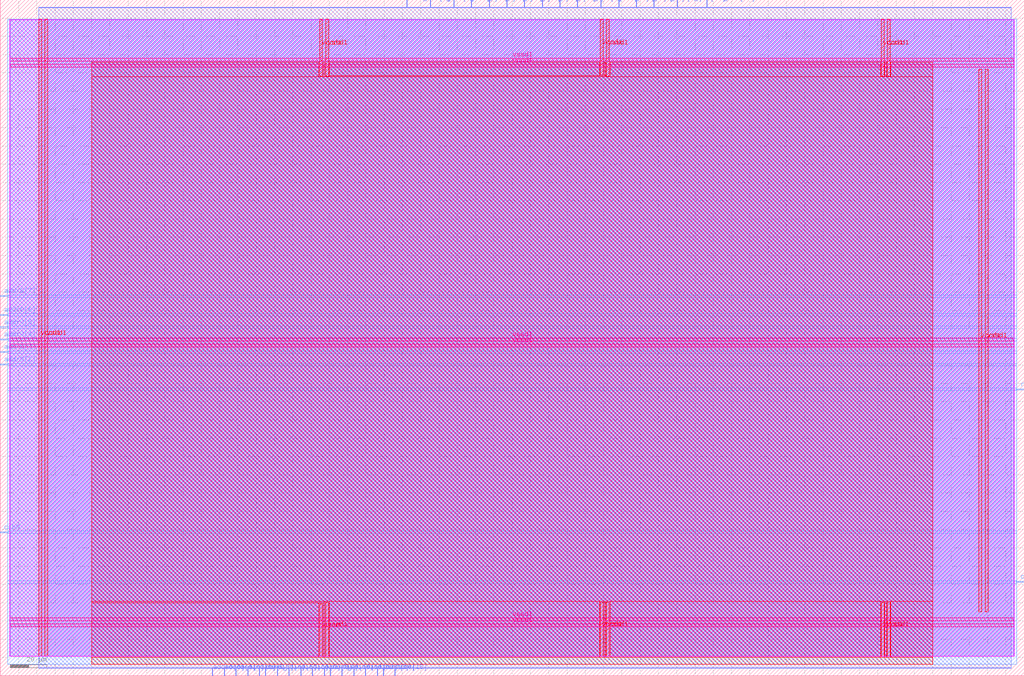
<source format=lef>
VERSION 5.7 ;
  NOWIREEXTENSIONATPIN ON ;
  DIVIDERCHAR "/" ;
  BUSBITCHARS "[]" ;
MACRO counter
  CLASS BLOCK ;
  FOREIGN counter ;
  ORIGIN 0.000 0.000 ;
  SIZE 560.000 BY 370.000 ;
  PIN addr0[0]
    DIRECTION INPUT ;
    USE SIGNAL ;
    ANTENNAGATEAREA 0.600000 ;
    PORT
      LAYER met2 ;
        RECT 116.010 0.000 116.290 4.000 ;
    END
  END addr0[0]
  PIN addr0[1]
    DIRECTION INPUT ;
    USE SIGNAL ;
    ANTENNAGATEAREA 0.600000 ;
    PORT
      LAYER met2 ;
        RECT 122.450 0.000 122.730 4.000 ;
    END
  END addr0[1]
  PIN addr0[2]
    DIRECTION INPUT ;
    USE SIGNAL ;
    ANTENNAGATEAREA 0.600000 ;
    PORT
      LAYER met3 ;
        RECT 0.000 170.040 4.000 170.640 ;
    END
  END addr0[2]
  PIN addr0[3]
    DIRECTION INPUT ;
    USE SIGNAL ;
    ANTENNAGATEAREA 0.600000 ;
    PORT
      LAYER met3 ;
        RECT 0.000 176.840 4.000 177.440 ;
    END
  END addr0[3]
  PIN addr0[4]
    DIRECTION INPUT ;
    USE SIGNAL ;
    ANTENNAGATEAREA 0.600000 ;
    PORT
      LAYER met3 ;
        RECT 0.000 183.640 4.000 184.240 ;
    END
  END addr0[4]
  PIN addr0[5]
    DIRECTION INPUT ;
    USE SIGNAL ;
    ANTENNAGATEAREA 0.600000 ;
    PORT
      LAYER met3 ;
        RECT 0.000 190.440 4.000 191.040 ;
    END
  END addr0[5]
  PIN addr0[6]
    DIRECTION INPUT ;
    USE SIGNAL ;
    ANTENNAGATEAREA 0.600000 ;
    PORT
      LAYER met3 ;
        RECT 0.000 197.240 4.000 197.840 ;
    END
  END addr0[6]
  PIN addr0[7]
    DIRECTION INPUT ;
    USE SIGNAL ;
    ANTENNAGATEAREA 0.600000 ;
    PORT
      LAYER met3 ;
        RECT 0.000 207.440 4.000 208.040 ;
    END
  END addr0[7]
  PIN clk
    DIRECTION INPUT ;
    USE SIGNAL ;
    ANTENNAGATEAREA 0.852000 ;
    PORT
      LAYER met3 ;
        RECT 556.000 51.040 560.000 51.640 ;
    END
  END clk
  PIN csb0
    DIRECTION INPUT ;
    USE SIGNAL ;
    ANTENNAGATEAREA 0.600000 ;
    PORT
      LAYER met3 ;
        RECT 0.000 78.240 4.000 78.840 ;
    END
  END csb0
  PIN din0[0]
    DIRECTION INPUT ;
    USE SIGNAL ;
    ANTENNAGATEAREA 0.600000 ;
    PORT
      LAYER met2 ;
        RECT 128.890 0.000 129.170 4.000 ;
    END
  END din0[0]
  PIN din0[10]
    DIRECTION INPUT ;
    USE SIGNAL ;
    ANTENNAGATEAREA 0.600000 ;
    PORT
      LAYER met2 ;
        RECT 186.850 0.000 187.130 4.000 ;
    END
  END din0[10]
  PIN din0[11]
    DIRECTION INPUT ;
    USE SIGNAL ;
    ANTENNAGATEAREA 0.600000 ;
    PORT
      LAYER met2 ;
        RECT 193.290 0.000 193.570 4.000 ;
    END
  END din0[11]
  PIN din0[12]
    DIRECTION INPUT ;
    USE SIGNAL ;
    ANTENNAGATEAREA 0.600000 ;
    PORT
      LAYER met2 ;
        RECT 199.730 0.000 200.010 4.000 ;
    END
  END din0[12]
  PIN din0[13]
    DIRECTION INPUT ;
    USE SIGNAL ;
    ANTENNAGATEAREA 0.600000 ;
    PORT
      LAYER met2 ;
        RECT 206.170 0.000 206.450 4.000 ;
    END
  END din0[13]
  PIN din0[14]
    DIRECTION INPUT ;
    USE SIGNAL ;
    ANTENNAGATEAREA 0.600000 ;
    PORT
      LAYER met2 ;
        RECT 209.390 0.000 209.670 4.000 ;
    END
  END din0[14]
  PIN din0[15]
    DIRECTION INPUT ;
    USE SIGNAL ;
    ANTENNAGATEAREA 0.600000 ;
    PORT
      LAYER met2 ;
        RECT 215.830 0.000 216.110 4.000 ;
    END
  END din0[15]
  PIN din0[1]
    DIRECTION INPUT ;
    USE SIGNAL ;
    ANTENNAGATEAREA 0.600000 ;
    PORT
      LAYER met2 ;
        RECT 135.330 0.000 135.610 4.000 ;
    END
  END din0[1]
  PIN din0[2]
    DIRECTION INPUT ;
    USE SIGNAL ;
    ANTENNAGATEAREA 0.600000 ;
    PORT
      LAYER met2 ;
        RECT 141.770 0.000 142.050 4.000 ;
    END
  END din0[2]
  PIN din0[3]
    DIRECTION INPUT ;
    USE SIGNAL ;
    ANTENNAGATEAREA 0.600000 ;
    PORT
      LAYER met2 ;
        RECT 144.990 0.000 145.270 4.000 ;
    END
  END din0[3]
  PIN din0[4]
    DIRECTION INPUT ;
    USE SIGNAL ;
    ANTENNAGATEAREA 0.600000 ;
    PORT
      LAYER met2 ;
        RECT 151.430 0.000 151.710 4.000 ;
    END
  END din0[4]
  PIN din0[5]
    DIRECTION INPUT ;
    USE SIGNAL ;
    ANTENNAGATEAREA 0.600000 ;
    PORT
      LAYER met2 ;
        RECT 157.870 0.000 158.150 4.000 ;
    END
  END din0[5]
  PIN din0[6]
    DIRECTION INPUT ;
    USE SIGNAL ;
    ANTENNAGATEAREA 0.600000 ;
    PORT
      LAYER met2 ;
        RECT 164.310 0.000 164.590 4.000 ;
    END
  END din0[6]
  PIN din0[7]
    DIRECTION INPUT ;
    USE SIGNAL ;
    ANTENNAGATEAREA 0.600000 ;
    PORT
      LAYER met2 ;
        RECT 170.750 0.000 171.030 4.000 ;
    END
  END din0[7]
  PIN din0[8]
    DIRECTION INPUT ;
    USE SIGNAL ;
    ANTENNAGATEAREA 0.600000 ;
    PORT
      LAYER met2 ;
        RECT 177.190 0.000 177.470 4.000 ;
    END
  END din0[8]
  PIN din0[9]
    DIRECTION INPUT ;
    USE SIGNAL ;
    ANTENNAGATEAREA 0.600000 ;
    PORT
      LAYER met2 ;
        RECT 180.410 0.000 180.690 4.000 ;
    END
  END din0[9]
  PIN rst
    DIRECTION INPUT ;
    USE SIGNAL ;
    ANTENNAGATEAREA 0.196500 ;
    PORT
      LAYER met3 ;
        RECT 556.000 156.440 560.000 157.040 ;
    END
  END rst
  PIN sine_out[0]
    DIRECTION OUTPUT ;
    USE SIGNAL ;
    ANTENNADIFFAREA 0.445500 ;
    PORT
      LAYER met2 ;
        RECT 222.270 366.000 222.550 370.000 ;
    END
  END sine_out[0]
  PIN sine_out[10]
    DIRECTION OUTPUT ;
    USE SIGNAL ;
    ANTENNADIFFAREA 0.445500 ;
    PORT
      LAYER met2 ;
        RECT 328.530 366.000 328.810 370.000 ;
    END
  END sine_out[10]
  PIN sine_out[11]
    DIRECTION OUTPUT ;
    USE SIGNAL ;
    ANTENNADIFFAREA 0.445500 ;
    PORT
      LAYER met2 ;
        RECT 338.190 366.000 338.470 370.000 ;
    END
  END sine_out[11]
  PIN sine_out[12]
    DIRECTION OUTPUT ;
    USE SIGNAL ;
    ANTENNADIFFAREA 0.445500 ;
    PORT
      LAYER met2 ;
        RECT 347.850 366.000 348.130 370.000 ;
    END
  END sine_out[12]
  PIN sine_out[13]
    DIRECTION OUTPUT ;
    USE SIGNAL ;
    ANTENNADIFFAREA 0.445500 ;
    PORT
      LAYER met2 ;
        RECT 357.510 366.000 357.790 370.000 ;
    END
  END sine_out[13]
  PIN sine_out[14]
    DIRECTION OUTPUT ;
    USE SIGNAL ;
    ANTENNADIFFAREA 0.445500 ;
    PORT
      LAYER met2 ;
        RECT 370.390 366.000 370.670 370.000 ;
    END
  END sine_out[14]
  PIN sine_out[15]
    DIRECTION OUTPUT ;
    USE SIGNAL ;
    ANTENNADIFFAREA 0.445500 ;
    PORT
      LAYER met2 ;
        RECT 386.490 366.000 386.770 370.000 ;
    END
  END sine_out[15]
  PIN sine_out[1]
    DIRECTION OUTPUT ;
    USE SIGNAL ;
    ANTENNADIFFAREA 0.445500 ;
    PORT
      LAYER met2 ;
        RECT 235.150 366.000 235.430 370.000 ;
    END
  END sine_out[1]
  PIN sine_out[2]
    DIRECTION OUTPUT ;
    USE SIGNAL ;
    ANTENNADIFFAREA 0.445500 ;
    PORT
      LAYER met2 ;
        RECT 248.030 366.000 248.310 370.000 ;
    END
  END sine_out[2]
  PIN sine_out[3]
    DIRECTION OUTPUT ;
    USE SIGNAL ;
    ANTENNADIFFAREA 0.445500 ;
    PORT
      LAYER met2 ;
        RECT 257.690 366.000 257.970 370.000 ;
    END
  END sine_out[3]
  PIN sine_out[4]
    DIRECTION OUTPUT ;
    USE SIGNAL ;
    ANTENNADIFFAREA 0.445500 ;
    PORT
      LAYER met2 ;
        RECT 267.350 366.000 267.630 370.000 ;
    END
  END sine_out[4]
  PIN sine_out[5]
    DIRECTION OUTPUT ;
    USE SIGNAL ;
    ANTENNADIFFAREA 0.445500 ;
    PORT
      LAYER met2 ;
        RECT 277.010 366.000 277.290 370.000 ;
    END
  END sine_out[5]
  PIN sine_out[6]
    DIRECTION OUTPUT ;
    USE SIGNAL ;
    ANTENNADIFFAREA 0.445500 ;
    PORT
      LAYER met2 ;
        RECT 286.670 366.000 286.950 370.000 ;
    END
  END sine_out[6]
  PIN sine_out[7]
    DIRECTION OUTPUT ;
    USE SIGNAL ;
    ANTENNADIFFAREA 0.445500 ;
    PORT
      LAYER met2 ;
        RECT 296.330 366.000 296.610 370.000 ;
    END
  END sine_out[7]
  PIN sine_out[8]
    DIRECTION OUTPUT ;
    USE SIGNAL ;
    ANTENNADIFFAREA 0.445500 ;
    PORT
      LAYER met2 ;
        RECT 305.990 366.000 306.270 370.000 ;
    END
  END sine_out[8]
  PIN sine_out[9]
    DIRECTION OUTPUT ;
    USE SIGNAL ;
    ANTENNADIFFAREA 0.445500 ;
    PORT
      LAYER met2 ;
        RECT 315.650 366.000 315.930 370.000 ;
    END
  END sine_out[9]
  PIN vccd1
    DIRECTION INOUT ;
    USE POWER ;
    PORT
      LAYER met4 ;
        RECT 21.040 10.640 22.640 359.280 ;
    END
    PORT
      LAYER met4 ;
        RECT 174.640 10.640 176.240 39.400 ;
    END
    PORT
      LAYER met4 ;
        RECT 174.640 328.250 176.240 359.280 ;
    END
    PORT
      LAYER met4 ;
        RECT 328.240 10.640 329.840 40.320 ;
    END
    PORT
      LAYER met4 ;
        RECT 328.240 328.880 329.840 359.280 ;
    END
    PORT
      LAYER met4 ;
        RECT 481.840 10.640 483.440 40.320 ;
    END
    PORT
      LAYER met4 ;
        RECT 481.840 328.250 483.440 359.280 ;
    END
    PORT
      LAYER met5 ;
        RECT 5.280 26.730 554.540 28.330 ;
    END
    PORT
      LAYER met5 ;
        RECT 5.280 179.910 554.540 181.510 ;
    END
    PORT
      LAYER met5 ;
        RECT 5.280 333.090 554.540 334.690 ;
    END
    PORT
      LAYER met4 ;
        RECT 535.100 35.120 536.700 332.080 ;
    END
  END vccd1
  PIN vssd1
    DIRECTION INOUT ;
    USE GROUND ;
    PORT
      LAYER met4 ;
        RECT 24.340 10.640 25.940 359.280 ;
    END
    PORT
      LAYER met4 ;
        RECT 177.940 10.640 179.540 40.320 ;
    END
    PORT
      LAYER met4 ;
        RECT 177.940 328.250 179.540 359.280 ;
    END
    PORT
      LAYER met4 ;
        RECT 331.540 10.640 333.140 40.320 ;
    END
    PORT
      LAYER met4 ;
        RECT 331.540 328.250 333.140 359.280 ;
    END
    PORT
      LAYER met4 ;
        RECT 485.140 10.640 486.740 40.320 ;
    END
    PORT
      LAYER met4 ;
        RECT 485.140 328.250 486.740 359.280 ;
    END
    PORT
      LAYER met5 ;
        RECT 5.280 30.030 554.540 31.630 ;
    END
    PORT
      LAYER met5 ;
        RECT 5.280 183.210 554.540 184.810 ;
    END
    PORT
      LAYER met5 ;
        RECT 5.280 336.390 554.540 337.990 ;
    END
    PORT
      LAYER met4 ;
        RECT 538.780 35.120 540.380 332.080 ;
    END
  END vssd1
  OBS
      LAYER nwell ;
        RECT 5.330 10.795 554.490 359.125 ;
      LAYER li1 ;
        RECT 5.520 10.795 554.300 359.125 ;
      LAYER met1 ;
        RECT 5.520 10.640 554.300 359.280 ;
      LAYER met2 ;
        RECT 21.070 365.720 221.990 366.000 ;
        RECT 222.830 365.720 234.870 366.000 ;
        RECT 235.710 365.720 247.750 366.000 ;
        RECT 248.590 365.720 257.410 366.000 ;
        RECT 258.250 365.720 267.070 366.000 ;
        RECT 267.910 365.720 276.730 366.000 ;
        RECT 277.570 365.720 286.390 366.000 ;
        RECT 287.230 365.720 296.050 366.000 ;
        RECT 296.890 365.720 305.710 366.000 ;
        RECT 306.550 365.720 315.370 366.000 ;
        RECT 316.210 365.720 328.250 366.000 ;
        RECT 329.090 365.720 337.910 366.000 ;
        RECT 338.750 365.720 347.570 366.000 ;
        RECT 348.410 365.720 357.230 366.000 ;
        RECT 358.070 365.720 370.110 366.000 ;
        RECT 370.950 365.720 386.210 366.000 ;
        RECT 387.050 365.720 552.830 366.000 ;
        RECT 21.070 4.280 552.830 365.720 ;
        RECT 21.070 4.000 115.730 4.280 ;
        RECT 116.570 4.000 122.170 4.280 ;
        RECT 123.010 4.000 128.610 4.280 ;
        RECT 129.450 4.000 135.050 4.280 ;
        RECT 135.890 4.000 141.490 4.280 ;
        RECT 142.330 4.000 144.710 4.280 ;
        RECT 145.550 4.000 151.150 4.280 ;
        RECT 151.990 4.000 157.590 4.280 ;
        RECT 158.430 4.000 164.030 4.280 ;
        RECT 164.870 4.000 170.470 4.280 ;
        RECT 171.310 4.000 176.910 4.280 ;
        RECT 177.750 4.000 180.130 4.280 ;
        RECT 180.970 4.000 186.570 4.280 ;
        RECT 187.410 4.000 193.010 4.280 ;
        RECT 193.850 4.000 199.450 4.280 ;
        RECT 200.290 4.000 205.890 4.280 ;
        RECT 206.730 4.000 209.110 4.280 ;
        RECT 209.950 4.000 215.550 4.280 ;
        RECT 216.390 4.000 552.830 4.280 ;
      LAYER met3 ;
        RECT 4.000 208.440 556.000 359.205 ;
        RECT 4.400 207.040 556.000 208.440 ;
        RECT 4.000 198.240 556.000 207.040 ;
        RECT 4.400 196.840 556.000 198.240 ;
        RECT 4.000 191.440 556.000 196.840 ;
        RECT 4.400 190.040 556.000 191.440 ;
        RECT 4.000 184.640 556.000 190.040 ;
        RECT 4.400 183.240 556.000 184.640 ;
        RECT 4.000 177.840 556.000 183.240 ;
        RECT 4.400 176.440 556.000 177.840 ;
        RECT 4.000 171.040 556.000 176.440 ;
        RECT 4.400 169.640 556.000 171.040 ;
        RECT 4.000 157.440 556.000 169.640 ;
        RECT 4.000 156.040 555.600 157.440 ;
        RECT 4.000 79.240 556.000 156.040 ;
        RECT 4.400 77.840 556.000 79.240 ;
        RECT 4.000 52.040 556.000 77.840 ;
        RECT 4.000 50.640 555.600 52.040 ;
        RECT 4.000 6.295 556.000 50.640 ;
      LAYER met4 ;
        RECT 50.000 327.850 174.240 335.745 ;
        RECT 176.640 327.850 177.540 335.745 ;
        RECT 179.940 328.480 327.840 335.745 ;
        RECT 330.240 328.480 331.140 335.745 ;
        RECT 179.940 327.850 331.140 328.480 ;
        RECT 333.540 327.850 481.440 335.745 ;
        RECT 483.840 327.850 484.740 335.745 ;
        RECT 487.140 327.850 509.900 335.745 ;
        RECT 50.000 40.720 509.900 327.850 ;
        RECT 50.000 39.800 177.540 40.720 ;
        RECT 50.000 10.240 174.240 39.800 ;
        RECT 176.640 10.240 177.540 39.800 ;
        RECT 179.940 10.240 327.840 40.720 ;
        RECT 330.240 10.240 331.140 40.720 ;
        RECT 333.540 10.240 481.440 40.720 ;
        RECT 483.840 10.240 484.740 40.720 ;
        RECT 487.140 10.240 509.900 40.720 ;
        RECT 50.000 6.295 509.900 10.240 ;
  END
END counter
END LIBRARY


</source>
